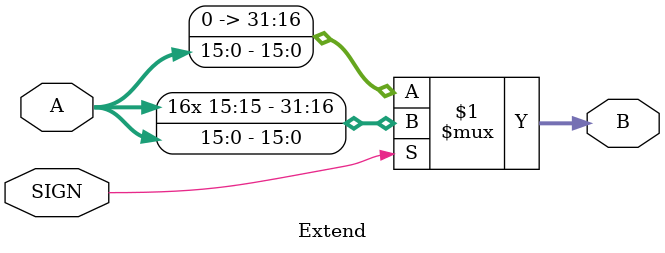
<source format=v>
module Extend #(parameter WIDTH = 16)
(
    A,
    B,
    SIGN
);
    input [WIDTH - 1:0]A;
    input SIGN;

    output [31:0]B;

    assign B = SIGN? {{(32-WIDTH){A[WIDTH - 1]}},A} : {{(32-WIDTH){1'b0}},A};
endmodule

</source>
